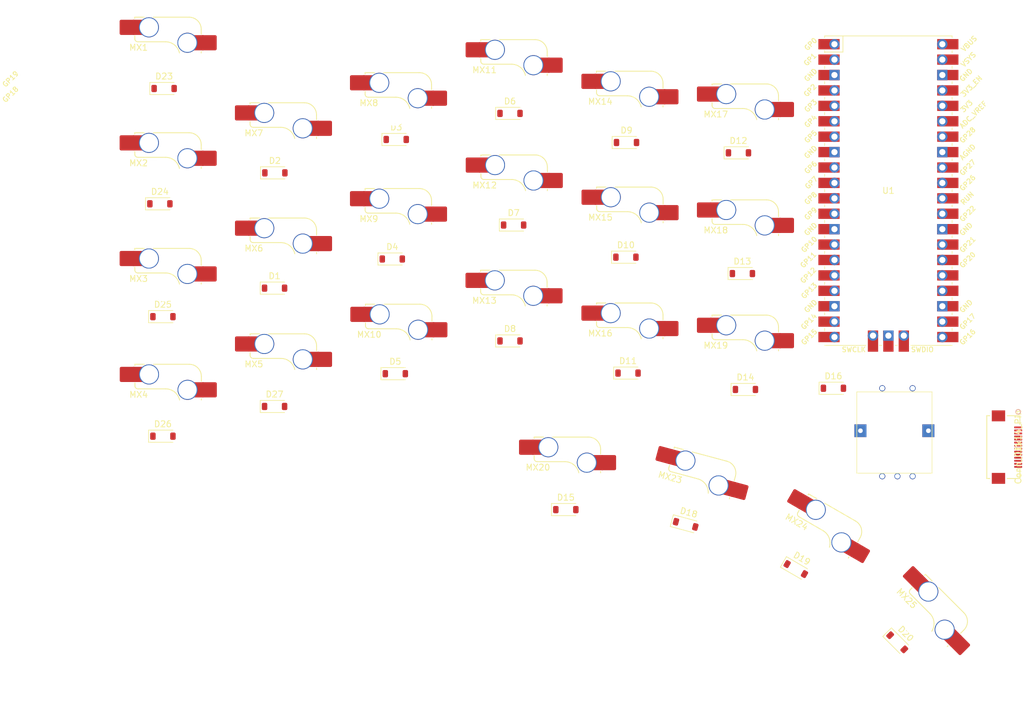
<source format=kicad_pcb>
(kicad_pcb (version 20221018) (generator pcbnew)
  (layers (0 "F.Cu" signal) (31 "B.Cu" signal) (34 "B.Paste" user) (35 "F.Paste" user) (36 "B.SilkS" user "B.Silkscreen") (37 "F.SilkS" user "F.Silkscreen") (38 "B.Mask" user) (39 "F.Mask" user) (44 "Edge.Cuts" user))
  (net 0 "")
  (net 1 "Net-(D1-K)")
  (net 2 "Net-(D1-A)")
  (net 3 "Net-(D12-K)")
  (net 4 "Net-(D2-A)")
  (net 5 "Net-(D13-K)")
  (net 6 "Net-(D3-A)")
  (net 7 "Net-(D14-K)")
  (net 8 "Net-(D4-A)")
  (net 9 "Net-(D10-K)")
  (net 10 "Net-(D5-A)")
  (net 11 "Net-(D6-A)")
  (net 12 "Net-(D7-A)")
  (net 13 "Net-(D8-A)")
  (net 14 "Net-(D9-A)")
  (net 15 "Net-(D10-A)")
  (net 16 "Net-(D11-A)")
  (net 17 "Net-(D12-A)")
  (net 18 "Net-(D13-A)")
  (net 19 "Net-(D14-A)")
  (net 20 "Net-(D15-A)")
  (net 21 "Net-(D18-A)")
  (net 22 "Net-(D19-A)")
  (net 23 "Net-(D20-A)")
  (net 24 "Net-(D23-A)")
  (net 25 "Net-(D24-A)")
  (net 26 "Net-(D25-A)")
  (net 27 "Net-(D26-A)")
  (net 28 "Net-(D27-A)")
  (net 29 "Net-(J1-Pin_1)")
  (net 30 "Net-(J1-Pin_2)")
  (net 31 "Net-(J1-Pin_3)")
  (net 32 "Net-(J1-Pin_4)")
  (net 33 "Net-(J1-Pin_5)")
  (net 34 "Net-(J1-Pin_6)")
  (net 35 "Net-(J1-Pin_7)")
  (net 36 "Net-(J1-Pin_8)")
  (net 37 "Net-(J1-Pin_9)")
  (net 38 "Net-(J1-Pin_10)")
  (net 39 "Net-(J1-Pin_11)")
  (net 40 "Net-(J1-Pin_12)")
  (net 41 "Net-(J1-Pin_13)")
  (net 42 "Net-(J1-Pin_14)")
  (net 43 "Net-(U1-GPIO0)")
  (net 44 "Net-(U1-GPIO1)")
  (net 45 "Net-(U1-GPIO2)")
  (net 46 "Net-(U1-GPIO3)")
  (net 47 "Net-(U1-GPIO4)")
  (net 53 "Net-(U1-GPIO22)")
  (net 55 "Net-(U1-GPIO26_ADC0)")
  (net 66 "Net-(D16-A)")
  (net 67 "Net-(J1-Pin_15)")
  (footprint "PCM_marbastlib-mx:SW_MX_HS_1u" (layer "F.Cu") (at 136.593097 121.585199 -15)
    (fp_text reference "MX23" (at -4.25 -1.75 165) (layer "F.SilkS"))
    (fp_text value "MX_SW_HS")
    (pad "" np_thru_hole circle (at -5.08 0 345) (size 1.75 1.75) (drill 1.75) (layers "*.Cu" "*.Mask"))
    (pad "" np_thru_hole circle (at 0 0 345) (size 3.9878 3.9878) (drill 3.9878) (layers "*.Cu" "*.Mask"))
    (pad "" np_thru_hole circle (at 5.08 0 345) (size 1.75 1.75) (drill 1.75) (layers "*.Cu" "*.Mask"))
    (pad "1" thru_hole circle (at 3.81 -2.54 345) (size 3.3 3.3) (drill 3) (layers "*.Cu" "*.Mask") (net 47 "Net-(U1-GPIO4)"))
    (pad "1" smd rect (at 5.635 -2.54 165) (size 1.65 2.5) (layers "F.Cu") (net 47 "Net-(U1-GPIO4)"))
    (pad "1" smd roundrect (at 7.36 -2.54 345) (size 2.55 2.5) (layers "F.Cu" "F.Paste" "F.Mask") (roundrect_rratio 0.1) (net 47 "Net-(U1-GPIO4)"))
    (pad "2" smd roundrect (at -6.09 -5.08 345) (size 2.55 2.5) (layers "F.Cu" "F.Paste" "F.Mask") (roundrect_rratio 0.1) (net 21 "Net-(D18-A)"))
    (pad "2" smd rect (at -4.34 -5.08 345) (size 1.65 2.5) (layers "F.Cu") (net 21 "Net-(D18-A)"))
    (pad "2" thru_hole circle (at -2.54 -5.08 345) (size 3.3 3.3) (drill 3) (layers "*.Cu" "*.Mask") (net 21 "Net-(D18-A)"))
  )
  (footprint "Diode_SMD:D_SOD-123" (layer "F.Cu") (at 67.75 107.1)
    (fp_text reference "D27" (at 0 -2) (layer "F.SilkS"))
    (fp_text value "D_Small")
    (pad "1" smd roundrect (at -1.65 0) (size 0.9 1.2) (layers "F.Cu" "F.Paste" "F.Mask") (net 9 "Net-(D10-K)"))
    (pad "2" smd roundrect (at 1.65 0) (size 0.9 1.2) (layers "F.Cu" "F.Paste" "F.Mask") (net 28 "Net-(D27-A)"))
  )
  (footprint "PCM_marbastlib-mx:SW_MX_HS_1u" (layer "F.Cu") (at 106.62 72.4)
    (fp_text reference "MX12" (at -4.25 -1.75) (layer "F.SilkS"))
    (fp_text value "MX_SW_HS")
    (pad "" np_thru_hole circle (at -5.08 0) (size 1.75 1.75) (drill 1.75) (layers "*.Cu" "*.Mask"))
    (pad "" np_thru_hole circle (at 0 0) (size 3.9878 3.9878) (drill 3.9878) (layers "*.Cu" "*.Mask"))
    (pad "" np_thru_hole circle (at 5.08 0) (size 1.75 1.75) (drill 1.75) (layers "*.Cu" "*.Mask"))
    (pad "1" thru_hole circle (at 3.81 -2.54) (size 3.3 3.3) (drill 3) (layers "*.Cu" "*.Mask") (net 45 "Net-(U1-GPIO2)"))
    (pad "1" smd rect (at 5.635 -2.54 180) (size 1.65 2.5) (layers "F.Cu") (net 45 "Net-(U1-GPIO2)"))
    (pad "1" smd roundrect (at 7.36 -2.54) (size 2.55 2.5) (layers "F.Cu" "F.Paste" "F.Mask") (roundrect_rratio 0.1) (net 45 "Net-(U1-GPIO2)"))
    (pad "2" smd roundrect (at -6.09 -5.08) (size 2.55 2.5) (layers "F.Cu" "F.Paste" "F.Mask") (roundrect_rratio 0.1) (net 12 "Net-(D7-A)"))
    (pad "2" smd rect (at -4.34 -5.08) (size 1.65 2.5) (layers "F.Cu") (net 12 "Net-(D7-A)"))
    (pad "2" thru_hole circle (at -2.54 -5.08) (size 3.3 3.3) (drill 3) (layers "*.Cu" "*.Mask") (net 12 "Net-(D7-A)"))
  )
  (footprint "Diode_SMD:D_SOD-123" (layer "F.Cu") (at 87.8 63.1)
    (fp_text reference "D3" (at 0 -2) (layer "F.SilkS"))
    (fp_text value "D_Small")
    (pad "1" smd roundrect (at -1.65 0) (size 0.9 1.2) (layers "F.Cu" "F.Paste" "F.Mask") (net 5 "Net-(D13-K)"))
    (pad "2" smd roundrect (at 1.65 0) (size 0.9 1.2) (layers "F.Cu" "F.Paste" "F.Mask") (net 6 "Net-(D3-A)"))
  )
  (footprint "Diode_SMD:D_SOD-123" (layer "F.Cu") (at 125.65 82.5)
    (fp_text reference "D10" (at 0 -2) (layer "F.SilkS"))
    (fp_text value "D_Small")
    (pad "1" smd roundrect (at -1.65 0) (size 0.9 1.2) (layers "F.Cu" "F.Paste" "F.Mask") (net 9 "Net-(D10-K)"))
    (pad "2" smd roundrect (at 1.65 0) (size 0.9 1.2) (layers "F.Cu" "F.Paste" "F.Mask") (net 15 "Net-(D10-A)"))
  )
  (footprint "PCM_marbastlib-mx:SW_MX_HS_1u" (layer "F.Cu") (at 115.4 118.9)
    (fp_text reference "MX20" (at -4.25 -1.75) (layer "F.SilkS"))
    (fp_text value "MX_SW_HS")
    (pad "" np_thru_hole circle (at -5.08 0) (size 1.75 1.75) (drill 1.75) (layers "*.Cu" "*.Mask"))
    (pad "" np_thru_hole circle (at 0 0) (size 3.9878 3.9878) (drill 3.9878) (layers "F&B.Cu" "*.Mask"))
    (pad "" np_thru_hole circle (at 5.08 0) (size 1.75 1.75) (drill 1.75) (layers "*.Cu" "*.Mask"))
    (pad "1" thru_hole circle (at 3.81 -2.54) (size 3.3 3.3) (drill 3) (layers "*.Cu" "*.Mask") (net 46 "Net-(U1-GPIO3)"))
    (pad "1" smd rect (at 5.635 -2.54 180) (size 1.65 2.5) (layers "F.Cu") (net 46 "Net-(U1-GPIO3)"))
    (pad "1" smd roundrect (at 7.36 -2.54) (size 2.55 2.5) (layers "F.Cu" "F.Paste" "F.Mask") (roundrect_rratio 0.1) (net 46 "Net-(U1-GPIO3)"))
    (pad "2" smd roundrect (at -6.09 -5.08) (size 2.55 2.5) (layers "F.Cu" "F.Paste" "F.Mask") (roundrect_rratio 0.1) (net 20 "Net-(D15-A)"))
    (pad "2" smd rect (at -4.34 -5.08) (size 1.65 2.5) (layers "F.Cu") (net 20 "Net-(D15-A)"))
    (pad "2" thru_hole circle (at -2.54 -5.08) (size 3.3 3.3) (drill 3) (layers "*.Cu" "*.Mask") (net 20 "Net-(D15-A)"))
  )
  (footprint "Diode_SMD:D_SOD-123" (layer "F.Cu") (at 49.35 92.3)
    (fp_text reference "D25" (at 0 -2) (layer "F.SilkS"))
    (fp_text value "D_Small")
    (pad "1" smd roundrect (at -1.65 0) (size 0.9 1.2) (layers "F.Cu" "F.Paste" "F.Mask") (net 5 "Net-(D13-K)"))
    (pad "2" smd roundrect (at 1.65 0) (size 0.9 1.2) (layers "F.Cu" "F.Paste" "F.Mask") (net 26 "Net-(D25-A)"))
  )
  (footprint "Diode_SMD:D_SOD-123" (layer "F.Cu") (at 87.65 101.7)
    (fp_text reference "D5" (at 0 -2) (layer "F.SilkS"))
    (fp_text value "D_Small")
    (pad "1" smd roundrect (at -1.65 0) (size 0.9 1.2) (layers "F.Cu" "F.Paste" "F.Mask") (net 9 "Net-(D10-K)"))
    (pad "2" smd roundrect (at 1.65 0) (size 0.9 1.2) (layers "F.Cu" "F.Paste" "F.Mask") (net 10 "Net-(D5-A)"))
  )
  (footprint "PCM_marbastlib-mx:SW_MX_HS_1u" (layer "F.Cu") (at 68.59 82.8)
    (fp_text reference "MX6" (at -4.25 -1.75) (layer "F.SilkS"))
    (fp_text value "MX_SW_HS")
    (pad "" np_thru_hole circle (at -5.08 0) (size 1.75 1.75) (drill 1.75) (layers "*.Cu" "*.Mask"))
    (pad "" np_thru_hole circle (at 0 0) (size 3.9878 3.9878) (drill 3.9878) (layers "*.Cu" "*.Mask"))
    (pad "" np_thru_hole circle (at 5.08 0) (size 1.75 1.75) (drill 1.75) (layers "*.Cu" "*.Mask"))
    (pad "1" thru_hole circle (at 3.81 -2.54) (size 3.3 3.3) (drill 3) (layers "*.Cu" "*.Mask") (net 44 "Net-(U1-GPIO1)"))
    (pad "1" smd rect (at 5.635 -2.54 180) (size 1.65 2.5) (layers "F.Cu") (net 44 "Net-(U1-GPIO1)"))
    (pad "1" smd roundrect (at 7.36 -2.54) (size 2.55 2.5) (layers "F.Cu" "F.Paste" "F.Mask") (roundrect_rratio 0.1) (net 44 "Net-(U1-GPIO1)"))
    (pad "2" smd roundrect (at -6.09 -5.08) (size 2.55 2.5) (layers "F.Cu" "F.Paste" "F.Mask") (roundrect_rratio 0.1) (net 2 "Net-(D1-A)"))
    (pad "2" smd rect (at -4.34 -5.08) (size 1.65 2.5) (layers "F.Cu") (net 2 "Net-(D1-A)"))
    (pad "2" thru_hole circle (at -2.54 -5.08) (size 3.3 3.3) (drill 3) (layers "*.Cu" "*.Mask") (net 2 "Net-(D1-A)"))
  )
  (footprint "PCM_marbastlib-mx:SW_MX_HS_1u" (layer "F.Cu") (at 87.54 58.84)
    (fp_text reference "MX8" (at -4.25 -1.75) (layer "F.SilkS"))
    (fp_text value "MX_SW_HS")
    (pad "" np_thru_hole circle (at -5.08 0) (size 1.75 1.75) (drill 1.75) (layers "*.Cu" "*.Mask"))
    (pad "" np_thru_hole circle (at 0 0) (size 3.9878 3.9878) (drill 3.9878) (layers "*.Cu" "*.Mask"))
    (pad "" np_thru_hole circle (at 5.08 0) (size 1.75 1.75) (drill 1.75) (layers "*.Cu" "*.Mask"))
    (pad "1" thru_hole circle (at 3.81 -2.54) (size 3.3 3.3) (drill 3) (layers "*.Cu" "*.Mask") (net 44 "Net-(U1-GPIO1)"))
    (pad "1" smd rect (at 5.635 -2.54 180) (size 1.65 2.5) (layers "F.Cu") (net 44 "Net-(U1-GPIO1)"))
    (pad "1" smd roundrect (at 7.36 -2.54) (size 2.55 2.5) (layers "F.Cu" "F.Paste" "F.Mask") (roundrect_rratio 0.1) (net 44 "Net-(U1-GPIO1)"))
    (pad "2" smd roundrect (at -6.09 -5.08) (size 2.55 2.5) (layers "F.Cu" "F.Paste" "F.Mask") (roundrect_rratio 0.1) (net 6 "Net-(D3-A)"))
    (pad "2" smd rect (at -4.34 -5.08) (size 1.65 2.5) (layers "F.Cu") (net 6 "Net-(D3-A)"))
    (pad "2" thru_hole circle (at -2.54 -5.08) (size 3.3 3.3) (drill 3) (layers "*.Cu" "*.Mask") (net 6 "Net-(D3-A)"))
  )
  (footprint "Diode_SMD:D_SOD-123" (layer "F.Cu") (at 153.65 133.9 -30)
    (fp_text reference "D19" (at 0 -2 150) (layer "F.SilkS"))
    (fp_text value "D_Small")
    (pad "1" smd roundrect (at -1.65 0 330) (size 0.9 1.2) (layers "F.Cu" "F.Paste" "F.Mask") (net 7 "Net-(D14-K)"))
    (pad "2" smd roundrect (at 1.65 0 330) (size 0.9 1.2) (layers "F.Cu" "F.Paste" "F.Mask") (net 22 "Net-(D19-A)"))
  )
  (footprint "Diode_SMD:D_SOD-123" (layer "F.Cu") (at 67.75 87.6)
    (fp_text reference "D1" (at 0 -2) (layer "F.SilkS"))
    (fp_text value "D_Small")
    (pad "1" smd roundrect (at -1.65 0) (size 0.9 1.2) (layers "F.Cu" "F.Paste" "F.Mask") (net 1 "Net-(D1-K)"))
    (pad "2" smd roundrect (at 1.65 0) (size 0.9 1.2) (layers "F.Cu" "F.Paste" "F.Mask") (net 2 "Net-(D1-A)"))
  )
  (footprint "Diode_SMD:D_SOD-123" (layer "F.Cu") (at 49.35 112)
    (fp_text reference "D26" (at 0 -2) (layer "F.SilkS"))
    (fp_text value "D_Small")
    (pad "1" smd roundrect (at -1.65 0) (size 0.9 1.2) (layers "F.Cu" "F.Paste" "F.Mask") (net 7 "Net-(D14-K)"))
    (pad "2" smd roundrect (at 1.65 0) (size 0.9 1.2) (layers "F.Cu" "F.Paste" "F.Mask") (net 27 "Net-(D26-A)"))
  )
  (footprint "Diode_SMD:D_SOD-123" (layer "F.Cu") (at 159.85 104.1)
    (fp_text reference "D16" (at 0 -2) (layer "F.SilkS"))
    (fp_text value "D_Small")
    (pad "1" smd roundrect (at -1.65 0) (size 0.9 1.2) (layers "F.Cu" "F.Paste" "F.Mask") (net 3 "Net-(D12-K)"))
    (pad "2" smd roundrect (at 1.65 0) (size 0.9 1.2) (layers "F.Cu" "F.Paste" "F.Mask") (net 66 "Net-(D16-A)"))
  )
  (footprint "PCM_marbastlib-mx:SW_MX_HS_1u" (layer "F.Cu") (at 87.54 77.94)
    (fp_text reference "MX9" (at -4.25 -1.75) (layer "F.SilkS"))
    (fp_text value "MX_SW_HS")
    (pad "" np_thru_hole circle (at -5.08 0) (size 1.75 1.75) (drill 1.75) (layers "*.Cu" "*.Mask"))
    (pad "" np_thru_hole circle (at 0 0) (size 3.9878 3.9878) (drill 3.9878) (layers "*.Cu" "*.Mask"))
    (pad "" np_thru_hole circle (at 5.08 0) (size 1.75 1.75) (drill 1.75) (layers "*.Cu" "*.Mask"))
    (pad "1" thru_hole circle (at 3.81 -2.54) (size 3.3 3.3) (drill 3) (layers "*.Cu" "*.Mask") (net 44 "Net-(U1-GPIO1)"))
    (pad "1" smd rect (at 5.635 -2.54 180) (size 1.65 2.5) (layers "F.Cu") (net 44 "Net-(U1-GPIO1)"))
    (pad "1" smd roundrect (at 7.36 -2.54) (size 2.55 2.5) (layers "F.Cu" "F.Paste" "F.Mask") (roundrect_rratio 0.1) (net 44 "Net-(U1-GPIO1)"))
    (pad "2" smd roundrect (at -6.09 -5.08) (size 2.55 2.5) (layers "F.Cu" "F.Paste" "F.Mask") (roundrect_rratio 0.1) (net 8 "Net-(D4-A)"))
    (pad "2" smd rect (at -4.34 -5.08) (size 1.65 2.5) (layers "F.Cu") (net 8 "Net-(D4-A)"))
    (pad "2" thru_hole circle (at -2.54 -5.08) (size 3.3 3.3) (drill 3) (layers "*.Cu" "*.Mask") (net 8 "Net-(D4-A)"))
  )
  (footprint "Diode_SMD:D_SOD-123" (layer "F.Cu") (at 107.15 77.2)
    (fp_text reference "D7" (at 0 -2) (layer "F.SilkS"))
    (fp_text value "D_Small")
    (pad "1" smd roundrect (at -1.65 0) (size 0.9 1.2) (layers "F.Cu" "F.Paste" "F.Mask") (net 3 "Net-(D12-K)"))
    (pad "2" smd roundrect (at 1.65 0) (size 0.9 1.2) (layers "F.Cu" "F.Paste" "F.Mask") (net 12 "Net-(D7-A)"))
  )
  (footprint "Diode_SMD:D_SOD-123" (layer "F.Cu") (at 67.8 68.6)
    (fp_text reference "D2" (at 0 -2) (layer "F.SilkS"))
    (fp_text value "D_Small")
    (pad "1" smd roundrect (at -1.65 0) (size 0.9 1.2) (layers "F.Cu" "F.Paste" "F.Mask") (net 3 "Net-(D12-K)"))
    (pad "2" smd roundrect (at 1.65 0) (size 0.9 1.2) (layers "F.Cu" "F.Paste" "F.Mask") (net 4 "Net-(D2-A)"))
  )
  (footprint "PCM_marbastlib-mx:SW_MX_HS_1u" (layer "F.Cu") (at 144.72 79.8)
    (fp_text reference "MX18" (at -4.25 -1.75) (layer "F.SilkS"))
    (fp_text value "MX_SW_HS")
    (pad "" np_thru_hole circle (at -5.08 0) (size 1.75 1.75) (drill 1.75) (layers "*.Cu" "*.Mask"))
    (pad "" np_thru_hole circle (at 0 0) (size 3.9878 3.9878) (drill 3.9878) (layers "*.Cu" "*.Mask"))
    (pad "" np_thru_hole circle (at 5.08 0) (size 1.75 1.75) (drill 1.75) (layers "*.Cu" "*.Mask"))
    (pad "1" thru_hole circle (at 3.81 -2.54) (size 3.3 3.3) (drill 3) (layers "*.Cu" "*.Mask") (net 46 "Net-(U1-GPIO3)"))
    (pad "1" smd rect (at 5.635 -2.54 180) (size 1.65 2.5) (layers "F.Cu") (net 46 "Net-(U1-GPIO3)"))
    (pad "1" smd roundrect (at 7.36 -2.54) (size 2.55 2.5) (layers "F.Cu" "F.Paste" "F.Mask") (roundrect_rratio 0.1) (net 46 "Net-(U1-GPIO3)"))
    (pad "2" smd roundrect (at -6.09 -5.08) (size 2.55 2.5) (layers "F.Cu" "F.Paste" "F.Mask") (roundrect_rratio 0.1) (net 18 "Net-(D13-A)"))
    (pad "2" smd rect (at -4.34 -5.08) (size 1.65 2.5) (layers "F.Cu") (net 18 "Net-(D13-A)"))
    (pad "2" thru_hole circle (at -2.54 -5.08) (size 3.3 3.3) (drill 3) (layers "*.Cu" "*.Mask") (net 18 "Net-(D13-A)"))
  )
  (footprint "Diode_SMD:D_SOD-123" (layer "F.Cu") (at 126 101.6)
    (fp_text reference "D11" (at 0 -2) (layer "F.SilkS"))
    (fp_text value "D_Small")
    (pad "1" smd roundrect (at -1.65 0) (size 0.9 1.2) (layers "F.Cu" "F.Paste" "F.Mask") (net 1 "Net-(D1-K)"))
    (pad "2" smd roundrect (at 1.65 0) (size 0.9 1.2) (layers "F.Cu" "F.Paste" "F.Mask") (net 16 "Net-(D11-A)"))
  )
  (footprint "PCM_marbastlib-mx:SW_MX_HS_1u" (layer "F.Cu") (at 125.68 96.8)
    (fp_text reference "MX16" (at -4.25 -1.75) (layer "F.SilkS"))
    (fp_text value "MX_SW_HS")
    (pad "" np_thru_hole circle (at -5.08 0) (size 1.75 1.75) (drill 1.75) (layers "*.Cu" "*.Mask"))
    (pad "" np_thru_hole circle (at 0 0) (size 3.9878 3.9878) (drill 3.9878) (layers "*.Cu" "*.Mask"))
    (pad "" np_thru_hole circle (at 5.08 0) (size 1.75 1.75) (drill 1.75) (layers "*.Cu" "*.Mask"))
    (pad "1" thru_hole circle (at 3.81 -2.54) (size 3.3 3.3) (drill 3) (layers "*.Cu" "*.Mask") (net 46 "Net-(U1-GPIO3)"))
    (pad "1" smd rect (at 5.635 -2.54 180) (size 1.65 2.5) (layers "F.Cu") (net 46 "Net-(U1-GPIO3)"))
    (pad "1" smd roundrect (at 7.36 -2.54) (size 2.55 2.5) (layers "F.Cu" "F.Paste" "F.Mask") (roundrect_rratio 0.1) (net 46 "Net-(U1-GPIO3)"))
    (pad "2" smd roundrect (at -6.09 -5.08) (size 2.55 2.5) (layers "F.Cu" "F.Paste" "F.Mask") (roundrect_rratio 0.1) (net 16 "Net-(D11-A)"))
    (pad "2" smd rect (at -4.34 -5.08) (size 1.65 2.5) (layers "F.Cu") (net 16 "Net-(D11-A)"))
    (pad "2" thru_hole circle (at -2.54 -5.08) (size 3.3 3.3) (drill 3) (layers "*.Cu" "*.Mask") (net 16 "Net-(D11-A)"))
  )
  (footprint "PCM_marbastlib-mx:SW_MX_HS_1u" (layer "F.Cu") (at 87.6 97)
    (fp_text reference "MX10" (at -4.25 -1.75) (layer "F.SilkS"))
    (fp_text value "MX_SW_HS")
    (pad "" np_thru_hole circle (at -5.08 0) (size 1.75 1.75) (drill 1.75) (layers "*.Cu" "*.Mask"))
    (pad "" np_thru_hole circle (at 0 0) (size 3.9878 3.9878) (drill 3.9878) (layers "*.Cu" "*.Mask"))
    (pad "" np_thru_hole circle (at 5.08 0) (size 1.75 1.75) (drill 1.75) (layers "*.Cu" "*.Mask"))
    (pad "1" thru_hole circle (at 3.81 -2.54) (size 3.3 3.3) (drill 3) (layers "*.Cu" "*.Mask") (net 44 "Net-(U1-GPIO1)"))
    (pad "1" smd rect (at 5.635 -2.54 180) (size 1.65 2.5) (layers "F.Cu") (net 44 "Net-(U1-GPIO1)"))
    (pad "1" smd roundrect (at 7.36 -2.54) (size 2.55 2.5) (layers "F.Cu" "F.Paste" "F.Mask") (roundrect_rratio 0.1) (net 44 "Net-(U1-GPIO1)"))
    (pad "2" smd roundrect (at -6.09 -5.08) (size 2.55 2.5) (layers "F.Cu" "F.Paste" "F.Mask") (roundrect_rratio 0.1) (net 10 "Net-(D5-A)"))
    (pad "2" smd rect (at -4.34 -5.08) (size 1.65 2.5) (layers "F.Cu") (net 10 "Net-(D5-A)"))
    (pad "2" thru_hole circle (at -2.54 -5.08) (size 3.3 3.3) (drill 3) (layers "*.Cu" "*.Mask") (net 10 "Net-(D5-A)"))
  )
  (footprint "Diode_SMD:D_SOD-123" (layer "F.Cu") (at 170.366726 145.966726 -45)
    (fp_text reference "D20" (at 0 -2 135) (layer "F.SilkS"))
    (fp_text value "D_Small")
    (pad "1" smd roundrect (at -1.65 0 315) (size 0.9 1.2) (layers "F.Cu" "F.Paste" "F.Mask") (net 9 "Net-(D10-K)"))
    (pad "2" smd roundrect (at 1.65 0 315) (size 0.9 1.2) (layers "F.Cu" "F.Paste" "F.Mask") (net 23 "Net-(D20-A)"))
  )
  (footprint "PCM_marbastlib-mx:SW_MX_HS_1u" (layer "F.Cu") (at 144.72 60.7)
    (fp_text reference "MX17" (at -4.25 -1.75) (layer "F.SilkS"))
    (fp_text value "MX_SW_HS")
    (pad "" np_thru_hole circle (at -5.08 0) (size 1.75 1.75) (drill 1.75) (layers "*.Cu" "*.Mask"))
    (pad "" np_thru_hole circle (at 0 0) (size 3.9878 3.9878) (drill 3.9878) (layers "*.Cu" "*.Mask"))
    (pad "" np_thru_hole circle (at 5.08 0) (size 1.75 1.75) (drill 1.75) (layers "*.Cu" "*.Mask"))
    (pad "1" thru_hole circle (at 3.81 -2.54) (size 3.3 3.3) (drill 3) (layers "*.Cu" "*.Mask") (net 46 "Net-(U1-GPIO3)"))
    (pad "1" smd rect (at 5.635 -2.54 180) (size 1.65 2.5) (layers "F.Cu") (net 46 "Net-(U1-GPIO3)"))
    (pad "1" smd roundrect (at 7.36 -2.54) (size 2.55 2.5) (layers "F.Cu" "F.Paste" "F.Mask") (roundrect_rratio 0.1) (net 46 "Net-(U1-GPIO3)"))
    (pad "2" smd roundrect (at -6.09 -5.08) (size 2.55 2.5) (layers "F.Cu" "F.Paste" "F.Mask") (roundrect_rratio 0.1) (net 17 "Net-(D12-A)"))
    (pad "2" smd rect (at -4.34 -5.08) (size 1.65 2.5) (layers "F.Cu") (net 17 "Net-(D12-A)"))
    (pad "2" thru_hole circle (at -2.54 -5.08) (size 3.3 3.3) (drill 3) (layers "*.Cu" "*.Mask") (net 17 "Net-(D12-A)"))
  )
  (footprint "Diode_SMD:D_SOD-123" (layer "F.Cu") (at 106.55 58.8)
    (fp_text reference "D6" (at 0 -2) (layer "F.SilkS"))
    (fp_text value "D_Small")
    (pad "1" smd roundrect (at -1.65 0) (size 0.9 1.2) (layers "F.Cu" "F.Paste" "F.Mask") (net 1 "Net-(D1-K)"))
    (pad "2" smd roundrect (at 1.65 0) (size 0.9 1.2) (layers "F.Cu" "F.Paste" "F.Mask") (net 11 "Net-(D6-A)"))
  )
  (footprint "Diode_SMD:D_SOD-123" (layer "F.Cu") (at 144.85 85.2)
    (fp_text reference "D13" (at 0 -2) (layer "F.SilkS"))
    (fp_text value "D_Small")
    (pad "1" smd roundrect (at -1.65 0) (size 0.9 1.2) (layers "F.Cu" "F.Paste" "F.Mask") (net 5 "Net-(D13-K)"))
    (pad "2" smd roundrect (at 1.65 0) (size 0.9 1.2) (layers "F.Cu" "F.Paste" "F.Mask") (net 18 "Net-(D13-A)"))
  )
  (footprint "PCM_marbastlib-mx:SW_MX_HS_1u" (layer "F.Cu") (at 49.58 87.8)
    (fp_text reference "MX3" (at -4.25 -1.75) (layer "F.SilkS"))
    (fp_text value "MX_SW_HS")
    (pad "" np_thru_hole circle (at -5.08 0) (size 1.75 1.75) (drill 1.75) (layers "*.Cu" "*.Mask"))
    (pad "" np_thru_hole circle (at 0 0) (size 3.9878 3.9878) (drill 3.9878) (layers "*.Cu" "*.Mask"))
    (pad "" np_thru_hole circle (at 5.08 0) (size 1.75 1.75) (drill 1.75) (layers "*.Cu" "*.Mask"))
    (pad "1" thru_hole circle (at 3.81 -2.54) (size 3.3 3.3) (drill 3) (layers "*.Cu" "*.Mask") (net 43 "Net-(U1-GPIO0)"))
    (pad "1" smd rect (at 5.635 -2.54 180) (size 1.65 2.5) (layers "F.Cu") (net 43 "Net-(U1-GPIO0)"))
    (pad "1" smd roundrect (at 7.36 -2.54) (size 2.55 2.5) (layers "F.Cu" "F.Paste" "F.Mask") (roundrect_rratio 0.1) (net 43 "Net-(U1-GPIO0)"))
    (pad "2" smd roundrect (at -6.09 -5.08) (size 2.55 2.5) (layers "F.Cu" "F.Paste" "F.Mask") (roundrect_rratio 0.1) (net 26 "Net-(D25-A)"))
    (pad "2" smd rect (at -4.34 -5.08) (size 1.65 2.5) (layers "F.Cu") (net 26 "Net-(D25-A)"))
    (pad "2" thru_hole circle (at -2.54 -5.08) (size 3.3 3.3) (drill 3) (layers "*.Cu" "*.Mask") (net 26 "Net-(D25-A)"))
  )
  (footprint "Diode_SMD:D_SOD-123" (layer "F.Cu") (at 144.2 65.3)
    (fp_text reference "D12" (at 0 -2) (layer "F.SilkS"))
    (fp_text value "D_Small")
    (pad "1" smd roundrect (at -1.65 0) (size 0.9 1.2) (layers "F.Cu" "F.Paste" "F.Mask") (net 3 "Net-(D12-K)"))
    (pad "2" smd roundrect (at 1.65 0) (size 0.9 1.2) (layers "F.Cu" "F.Paste" "F.Mask") (net 17 "Net-(D12-A)"))
  )
  (footprint "PCM_marbastlib-mx:SW_MX_HS_1u" (layer "F.Cu") (at 125.68 58.6)
    (fp_text reference "MX14" (at -4.25 -1.75) (layer "F.SilkS"))
    (fp_text value "MX_SW_HS")
    (pad "" np_thru_hole circle (at -5.08 0) (size 1.75 1.75) (drill 1.75) (layers "*.Cu" "*.Mask"))
    (pad "" np_thru_hole circle (at 0 0) (size 3.9878 3.9878) (drill 3.9878) (layers "*.Cu" "*.Mask"))
    (pad "" np_thru_hole circle (at 5.08 0) (size 1.75 1.75) (drill 1.75) (layers "*.Cu" "*.Mask"))
    (pad "1" thru_hole circle (at 3.81 -2.54) (size 3.3 3.3) (drill 3) (layers "*.Cu" "*.Mask") (net 45 "Net-(U1-GPIO2)"))
    (pad "1" smd rect (at 5.635 -2.54 180) (size 1.65 2.5) (layers "F.Cu") (net 45 "Net-(U1-GPIO2)"))
    (pad "1" smd roundrect (at 7.36 -2.54) (size 2.55 2.5) (layers "F.Cu" "F.Paste" "F.Mask") (roundrect_rratio 0.1) (net 45 "Net-(U1-GPIO2)"))
    (pad "2" smd roundrect (at -6.09 -5.08) (size 2.55 2.5) (layers "F.Cu" "F.Paste" "F.Mask") (roundrect_rratio 0.1) (net 14 "Net-(D9-A)"))
    (pad "2" smd rect (at -4.34 -5.08) (size 1.65 2.5) (layers "F.Cu") (net 14 "Net-(D9-A)"))
    (pad "2" thru_hole circle (at -2.54 -5.08) (size 3.3 3.3) (drill 3) (layers "*.Cu" "*.Mask") (net 14 "Net-(D9-A)"))
  )
  (footprint "Diode_SMD:D_SOD-123" (layer "F.Cu") (at 106.55 96.3)
    (fp_text reference "D8" (at 0 -2) (layer "F.SilkS"))
    (fp_text value "D_Small")
    (pad "1" smd roundrect (at -1.65 0) (size 0.9 1.2) (layers "F.Cu" "F.Paste" "F.Mask") (net 5 "Net-(D13-K)"))
    (pad "2" smd roundrect (at 1.65 0) (size 0.9 1.2) (layers "F.Cu" "F.Paste" "F.Mask") (net 13 "Net-(D8-A)"))
  )
  (footprint "PCM_marbastlib-mx:SW_MX_HS_1u" (layer "F.Cu") (at 49.58 49.7)
    (fp_text reference "MX1" (at -4.25 -1.75) (layer "F.SilkS"))
    (fp_text value "MX_SW_HS")
    (pad "" np_thru_hole circle (at -5.08 0) (size 1.75 1.75) (drill 1.75) (layers "*.Cu" "*.Mask"))
    (pad "" np_thru_hole circle (at 0 0) (size 3.9878 3.9878) (drill 3.9878) (layers "*.Cu" "*.Mask"))
    (pad "" np_thru_hole circle (at 5.08 0) (size 1.75 1.75) (drill 1.75) (layers "*.Cu" "*.Mask"))
    (pad "1" thru_hole circle (at 3.81 -2.54) (size 3.3 3.3) (drill 3) (layers "*.Cu" "*.Mask") (net 43 "Net-(U1-GPIO0)"))
    (pad "1" smd rect (at 5.635 -2.54 180) (size 1.65 2.5) (layers "F.Cu") (net 43 "Net-(U1-GPIO0)"))
    (pad "1" smd roundrect (at 7.36 -2.54) (size 2.55 2.5) (layers "F.Cu" "F.Paste" "F.Mask") (roundrect_rratio 0.1) (net 43 "Net-(U1-GPIO0)"))
    (pad "2" smd roundrect (at -6.09 -5.08) (size 2.55 2.5) (layers "F.Cu" "F.Paste" "F.Mask") (roundrect_rratio 0.1) (net 24 "Net-(D23-A)"))
    (pad "2" smd rect (at -4.34 -5.08) (size 1.65 2.5) (layers "F.Cu") (net 24 "Net-(D23-A)"))
    (pad "2" thru_hole circle (at -2.54 -5.08) (size 3.3 3.3) (drill 3) (layers "*.Cu" "*.Mask") (net 24 "Net-(D23-A)"))
  )
  (footprint "CustomKicad:XF3M-1415-1B" (layer "F.Cu") (at 190.299994 117.050002 -90)
    (fp_text reference "J1" (at -3.250001 0 90) (layer "F.SilkS"))
    (fp_text value "Conn_01x14_Pin" (at -3.250001 0 90) (layer "F.SilkS"))
    (pad "1" smd rect (at -6.500002 0 270) (size 0.3 1.3) (layers "F.Cu" "F.Paste" "F.Mask") (net 29 "Net-(J1-Pin_1)"))
    (pad "2" smd rect (at -6.000001 0 270) (size 0.3 1.3) (layers "F.Cu" "F.Paste" "F.Mask") (net 30 "Net-(J1-Pin_2)"))
    (pad "3" smd rect (at -5.500002 0 270) (size 0.3 1.3) (layers "F.Cu" "F.Paste" "F.Mask") (net 31 "Net-(J1-Pin_3)"))
    (pad "4" smd rect (at -5 0 270) (size 0.3 1.3) (layers "F.Cu" "F.Paste" "F.Mask") (net 32 "Net-(J1-Pin_4)"))
    (pad "5" smd rect (at -4.500001 0 270) (size 0.3 1.3) (layers "F.Cu" "F.Paste" "F.Mask") (net 33 "Net-(J1-Pin_5)"))
    (pad "6" smd rect (at -4.000002 0 270) (size 0.3 1.3) (layers "F.Cu" "F.Paste" "F.Mask") (net 34 "Net-(J1-Pin_6)"))
    (pad "7" smd rect (at -3.500001 0 270) (size 0.3 1.3) (layers "F.Cu" "F.Paste" "F.Mask") (net 35 "Net-(J1-Pin_7)"))
    (pad "8" smd rect (at -3.000002 0 270) (size 0.3 1.3) (layers "F.Cu" "F.Paste" "F.Mask") (net 36 "Net-(J1-Pin_8)"))
    (pad "9" smd rect (at -2.5 0 270) (size 0.3 1.3) (layers "F.Cu" "F.Paste" "F.Mask") (net 37 "Net-(J1-Pin_9)"))
    (pad "10" smd rect (at -2.000001 0 270) (size 0.3 1.3) (layers "F.Cu" "F.Paste" "F.Mask") (net 38 "Net-(J1-Pin_10)"))
    (pad "11" smd rect (at -1.500002 0 270) (size 0.3 1.3) (layers "F.Cu" "F.Paste" "F.Mask") (net 39 "Net-(J1-Pin_11)"))
    (pad "12" smd rect (at -1 0 270) (size 0.3 1.3) (layers "F.Cu" "F.Paste" "F.Mask") (net 40 "Net-(J1-Pin_12)"))
    (pad "13" smd rect (at -0.500001 0 270) (size 0.3 1.3) (layers "F.Cu" "F.Paste" "F.Mask") (net 41 "Net-(J1-Pin_13)"))
    (pad "14" smd rect (at 0 0 270) (size 0.3 1.3) (layers "F.Cu" "F.Paste" "F.Mask") (net 42 "Net-(J1-Pin_14)"))
    (pad "15" smd rect (at -8.400001 3.250001 270) (size 1.8 2.2) (layers "F.Cu" "F.Paste" "F.Mask") (net 67 "Net-(J1-Pin_15)"))
    (pad "16" smd rect (at 1.899999 3.250001 270) (size 1.8 2.2) (layers "F.Cu" "F.Paste" "F.Mask") (net 67 "Net-(J1-Pin_15)"))
  )
  (footprint "Diode_SMD:D_SOD-123" (layer "F.Cu") (at 145.35 104.3)
    (fp_text reference "D14" (at 0 -2) (layer "F.SilkS"))
    (fp_text value "D_Small")
    (pad "1" smd roundrect (at -1.65 0) (size 0.9 1.2) (layers "F.Cu" "F.Paste" "F.Mask") (net 7 "Net-(D14-K)"))
    (pad "2" smd roundrect (at 1.65 0) (size 0.9 1.2) (layers "F.Cu" "F.Paste" "F.Mask") (net 19 "Net-(D14-A)"))
  )
  (footprint "CustomKicad:RPi_Pico_SMD_TH" (layer "F.Cu") (at 168.91 71.53)
    (fp_text reference "U1" (at 0 0) (layer "F.SilkS"))
    (fp_text value "Raspberry_Pi_Pico")
    (fp_text user "GP22" (at 13.054 3.81 45) (layer "F.SilkS") (effects (font (size 0.8 0.8))))
    (fp_text user "GND" (at 12.8 -19.05 45) (layer "F.SilkS") (effects (font (size 0.8 0.8))))
    (fp_text user "GND" (at -12.8 6.35 45) (layer "F.SilkS") (effects (font (size 0.8 0.8))))
    (fp_text user "GP8" (at -12.8 1.27 45) (layer "F.SilkS") (effects (font (size 0.8 0.8))))
    (fp_text user "GP20" (at 13.054 11.43 45) (layer "F.SilkS") (effects (font (size 0.8 0.8))))
    (fp_text user "GND" (at -12.8 -19.05 45) (layer "F.SilkS") (effects (font (size 0.8 0.8))))
    (fp_text user "GP18" (at -144.685799 -15.834799 45) (layer "F.SilkS") (effects (font (size 0.8 0.8))))
    (fp_text user "GP28" (at 13.054 -9.144 45) (layer "F.SilkS") (effects (font (size 0.8 0.8))))
    (fp_text user "GP6" (at -12.8 -3.81 45) (layer "F.SilkS") (effects (font (size 0.8 0.8))))
    (fp_text user "GP17" (at 13.054 21.59 45) (layer "F.SilkS") (effects (font (size 0.8 0.8))))
    (fp_text user "GP0" (at -12.8 -24.13 45) (layer "F.SilkS") (effects (font (size 0.8 0.8))))
    (fp_text user "GP12" (at -13.2 13.97 45) (layer "F.SilkS") (effects (font (size 0.8 0.8))))
    (fp_text user "GP1" (at -12.9 -21.6 45) (layer "F.SilkS") (effects (font (size 0.8 0.8))))
    (fp_text user "GP2" (at -12.9 -16.51 45) (layer "F.SilkS") (effects (font (size 0.8 0.8))))
    (fp_text user "GND" (at 12.8 6.35 45) (layer "F.SilkS") (effects (font (size 0.8 0.8))))
    (fp_text user "VSYS" (at 13.2 -21.59 45) (layer "F.SilkS") (effects (font (size 0.8 0.8))))
    (fp_text user "ADC_VREF" (at 14 -12.5 45) (layer "F.SilkS") (effects (font (size 0.8 0.8))))
    (fp_text user "GP14" (at -13.1 21.59 45) (layer "F.SilkS") (effects (font (size 0.8 0.8))))
    (fp_text user "GP16" (at 13.054 24.13 45) (layer "F.SilkS") (effects (font (size 0.8 0.8))))
    (fp_text user "3V3_EN" (at 13.7 -17.2 45) (layer "F.SilkS") (effects (font (size 0.8 0.8))))
    (fp_text user "3V3" (at 12.9 -13.9 45) (layer "F.SilkS") (effects (font (size 0.8 0.8))))
    (fp_text user "GP10" (at -13.054 8.89 45) (layer "F.SilkS") (effects (font (size 0.8 0.8))))
    (fp_text user "GP3" (at -12.8 -13.97 45) (layer "F.SilkS") (effects (font (size 0.8 0.8))))
    (fp_text user "AGND" (at 13.054 -6.35 45) (layer "F.SilkS") (effects (font (size 0.8 0.8))))
    (fp_text user "GP11" (at -13.2 11.43 45) (layer "F.SilkS") (effects (font (size 0.8 0.8))))
    (fp_text user "GP7" (at -12.7 -1.3 45) (layer "F.SilkS") (effects (font (size 0.8 0.8))))
    (fp_text user "GP21" (at 13.054 8.9 45) (layer "F.SilkS") (effects (font (size 0.8 0.8))))
    (fp_text user "GND" (at -12.8 19.05 45) (layer "F.SilkS") (effects (font (size 0.8 0.8))))
    (fp_text user "SWCLK" (at -5.7 26.2) (layer "F.SilkS") (effects (font (size 0.8 0.8))))
    (fp_text user "GND" (at 12.8 19.05 45) (layer "F.SilkS") (effects (font (size 0.8 0.8))))
    (fp_text user "VBUS" (at 13.3 -24.2 45) (layer "F.SilkS") (effects (font (size 0.8 0.8))))
    (fp_text user "GP4" (at -12.8 -11.43 45) (layer "F.SilkS") (effects (font (size 0.8 0.8))))
    (fp_text user "GND" (at -12.8 -6.35 45) (layer "F.SilkS") (effects (font (size 0.8 0.8))))
    (fp_text user "GP5" (at -12.8 -8.89 45) (layer "F.SilkS") (effects (font (size 0.8 0.8))))
    (fp_text user "GP9" (at -12.8 3.81 45) (layer "F.SilkS") (effects (font (size 0.8 0.8))))
    (fp_text user "GP27" (at 13.054 -3.8 45) (layer "F.SilkS") (effects (font (size 0.8 0.8))))
    (fp_text user "GP19" (at -144.685799 -18.374799 45) (layer "F.SilkS") (effects (font (size 0.8 0.8))))
    (fp_text user "SWDIO" (at 5.6 26.2) (layer "F.SilkS") (effects (font (size 0.8 0.8))))
    (fp_text user "GP13" (at -13.054 16.51 45) (layer "F.SilkS") (effects (font (size 0.8 0.8))))
    (fp_text user "GP26" (at 13.054 -1.27 45) (layer "F.SilkS") (effects (font (size 0.8 0.8))))
    (fp_text user "RUN" (at 13 1.27 45) (layer "F.SilkS") (effects (font (size 0.8 0.8))))
    (fp_text user "GP15" (at -13.054 24.13 45) (layer "F.SilkS") (effects (font (size 0.8 0.8))))
    (pad "" np_thru_hole oval (at -2.725 -24) (size 1.8 1.8) (drill 1.8) (layers "*.Cu" "*.Mask"))
    (pad "" np_thru_hole oval (at -2.425 -20.97) (size 1.5 1.5) (drill 1.5) (layers "*.Cu" "*.Mask"))
    (pad "" np_thru_hole oval (at 2.425 -20.97) (size 1.5 1.5) (drill 1.5) (layers "*.Cu" "*.Mask"))
    (pad "" np_thru_hole oval (at 2.725 -24) (size 1.8 1.8) (drill 1.8) (layers "*.Cu" "*.Mask"))
    (pad "1" thru_hole oval (at -8.89 -24.13) (size 1.7 1.7) (drill 1.02) (layers "*.Cu" "*.Mask") (net 43 "Net-(U1-GPIO0)"))
    (pad "1" smd rect (at -8.89 -24.13) (size 3.5 1.7) (drill (offset -0.9 0)) (layers "F.Cu" "F.Mask") (net 43 "Net-(U1-GPIO0)"))
    (pad "2" thru_hole oval (at -8.89 -21.59) (size 1.7 1.7) (drill 1.02) (layers "*.Cu" "*.Mask") (net 44 "Net-(U1-GPIO1)"))
    (pad "2" smd rect (at -8.89 -21.59) (size 3.5 1.7) (drill (offset -0.9 0)) (layers "F.Cu" "F.Mask") (net 44 "Net-(U1-GPIO1)"))
    (pad "3" thru_hole rect (at -8.89 -19.05) (size 1.7 1.7) (drill 1.02) (layers "*.Cu" "*.Mask"))
    (pad "3" smd rect (at -8.89 -19.05) (size 3.5 1.7) (drill (offset -0.9 0)) (layers "F.Cu" "F.Mask"))
    (pad "4" thru_hole oval (at -8.89 -16.51) (size 1.7 1.7) (drill 1.02) (layers "*.Cu" "*.Mask") (net 45 "Net-(U1-GPIO2)"))
    (pad "4" smd rect (at -8.89 -16.51) (size 3.5 1.7) (drill (offset -0.9 0)) (layers "F.Cu" "F.Mask") (net 45 "Net-(U1-GPIO2)"))
    (pad "5" thru_hole oval (at -8.89 -13.97) (size 1.7 1.7) (drill 1.02) (layers "*.Cu" "*.Mask") (net 46 "Net-(U1-GPIO3)"))
    (pad "5" smd rect (at -8.89 -13.97) (size 3.5 1.7) (drill (offset -0.9 0)) (layers "F.Cu" "F.Mask") (net 46 "Net-(U1-GPIO3)"))
    (pad "6" thru_hole oval (at -8.89 -11.43) (size 1.7 1.7) (drill 1.02) (layers "*.Cu" "*.Mask") (net 47 "Net-(U1-GPIO4)"))
    (pad "6" smd rect (at -8.89 -11.43) (size 3.5 1.7) (drill (offset -0.9 0)) (layers "F.Cu" "F.Mask") (net 47 "Net-(U1-GPIO4)"))
    (pad "7" thru_hole oval (at -8.89 -8.89) (size 1.7 1.7) (drill 1.02) (layers "*.Cu" "*.Mask") (net 1 "Net-(D1-K)"))
    (pad "7" smd rect (at -8.89 -8.89) (size 3.5 1.7) (drill (offset -0.9 0)) (layers "F.Cu" "F.Mask") (net 1 "Net-(D1-K)"))
    (pad "8" thru_hole rect (at -8.89 -6.35) (size 1.7 1.7) (drill 1.02) (layers "*.Cu" "*.Mask"))
    (pad "8" smd rect (at -8.89 -6.35) (size 3.5 1.7) (drill (offset -0.9 0)) (layers "F.Cu" "F.Mask"))
    (pad "9" thru_hole oval (at -8.89 -3.81) (size 1.7 1.7) (drill 1.02) (layers "*.Cu" "*.Mask") (net 3 "Net-(D12-K)"))
    (pad "9" smd rect (at -8.89 -3.81) (size 3.5 1.7) (drill (offset -0.9 0)) (layers "F.Cu" "F.Mask") (net 3 "Net-(D12-K)"))
    (pad "10" thru_hole oval (at -8.89 -1.27) (size 1.7 1.7) (drill 1.02) (layers "*.Cu" "*.Mask") (net 5 "Net-(D13-K)"))
    (pad "10" smd rect (at -8.89 -1.27) (size 3.5 1.7) (drill (offset -0.9 0)) (layers "F.Cu" "F.Mask") (net 5 "Net-(D13-K)"))
    (pad "11" thru_hole oval (at -8.89 1.27) (size 1.7 1.7) (drill 1.02) (layers "*.Cu" "*.Mask") (net 7 "Net-(D14-K)"))
    (pad "11" smd rect (at -8.89 1.27) (size 3.5 1.7) (drill (offset -0.9 0)) (layers "F.Cu" "F.Mask") (net 7 "Net-(D14-K)"))
    (pad "12" thru_hole oval (at -8.89 3.81) (size 1.7 1.7) (drill 1.02) (layers "*.Cu" "*.Mask") (net 9 "Net-(D10-K)"))
    (pad "12" smd rect (at -8.89 3.81) (size 3.5 1.7) (drill (offset -0.9 0)) (layers "F.Cu" "F.Mask") (net 9 "Net-(D10-K)"))
    (pad "13" thru_hole rect (at -8.89 6.35) (size 1.7 1.7) (drill 1.02) (layers "*.Cu" "*.Mask"))
    (pad "13" smd rect (at -8.89 6.35) (size 3.5 1.7) (drill (offset -0.9 0)) (layers "F.Cu" "F.Mask"))
    (pad "14" thru_hole oval (at -8.89 8.89) (size 1.7 1.7) (drill 1.02) (layers "*.Cu" "*.Mask") (net 42 "Net-(J1-Pin_14)"))
    (pad "14" smd rect (at -8.89 8.89) (size 3.5 1.7) (drill (offset -0.9 0)) (layers "F.Cu" "F.Mask") (net 42 "Net-(J1-Pin_14)"))
    (pad "15" thru_hole oval (at -8.89 11.43) (size 1.7 1.7) (drill 1.02) (layers "*.Cu" "*.Mask") (net 41 "Net-(J1-Pin_13)"))
    (pad "15" smd rect (at -8.89 11.43) (size 3.5 1.7) (drill (offset -0.9 0)) (layers "F.Cu" "F.Mask") (net 41 "Net-(J1-Pin_13)"))
    (pad "16" thru_hole oval (at -8.89 13.97) (size 1.7 1.7) (drill 1.02) (layers "*.Cu" "*.Mask") (net 40 "Net-(J1-Pin_12)"))
    (pad "16" smd rect (at -8.89 13.97) (size 3.5 1.7) (drill (offset -0.9 0)) (layers "F.Cu" "F.Mask") (net 40 "Net-(J1-Pin_12)"))
    (pad "17" thru_hole oval (at -8.89 16.51) (size 1.7 1.7) (drill 1.02) (layers "*.Cu" "*.Mask") (net 39 "Net-(J1-Pin_11)"))
    (pad "17" smd rect (at -8.89 16.51) (size 3.5 1.7) (drill (offset -0.9 0)) (layers "F.Cu" "F.Mask") (net 39 "Net-(J1-Pin_11)"))
    (pad "18" thru_hole rect (at -8.89 19.05) (size 1.7 1.7) (drill 1.02) (layers "*.Cu" "*.Mask"))
    (pad "18" smd rect (at -8.89 19.05) (size 3.5 1.7) (drill (offset -0.9 0)) (layers "F.Cu" "F.Mask"))
    (pad "19" thru_hole oval (at -8.89 21.59) (size 1.7 1.7) (drill 1.02) (layers "*.Cu" "*.Mask") (net 38 "Net-(J1-Pin_10)"))
    (pad "19" smd rect (at -8.89 21.59) (size 3.5 1.7) (drill (offset -0.9 0)) (layers "F.Cu" "F.Mask") (net 38 "Net-(J1-Pin_10)"))
    (pad "20" thru_hole oval (at -8.89 24.13) (size 1.7 1.7) (drill 1.02) (layers "*.Cu" "*.Mask") (net 37 "Net-(J1-Pin_9)"))
    (pad "20" smd rect (at -8.89 24.13) (size 3.5 1.7) (drill (offset -0.9 0)) (layers "F.Cu" "F.Mask") (net 37 "Net-(J1-Pin_9)"))
    (pad "21" thru_hole oval (at 8.89 24.13) (size 1.7 1.7) (drill 1.02) (layers "*.Cu" "*.Mask") (net 31 "Net-(J1-Pin_3)"))
    (pad "21" smd rect (at 8.89 24.13) (size 3.5 1.7) (drill (offset 0.9 0)) (layers "F.Cu" "F.Mask") (net 31 "Net-(J1-Pin_3)"))
    (pad "22" thru_hole oval (at 8.89 21.59) (size 1.7 1.7) (drill 1.02) (layers "*.Cu" "*.Mask") (net 32 "Net-(J1-Pin_4)"))
    (pad "22" smd rect (at 8.89 21.59) (size 3.5 1.7) (drill (offset 0.9 0)) (layers "F.Cu" "F.Mask") (net 32 "Net-(J1-Pin_4)"))
    (pad "23" thru_hole rect (at 8.89 19.05) (size 1.7 1.7) (drill 1.02) (layers "*.Cu" "*.Mask") (net 30 "Net-(J1-Pin_2)"))
    (pad "23" smd rect (at 8.89 19.05) (size 3.5 1.7) (drill (offset 0.9 0)) (layers "F.Cu" "F.Mask") (net 30 "Net-(J1-Pin_2)"))
    (pad "24" thru_hole oval (at 8.89 16.51) (size 1.7 1.7) (drill 1.02) (layers "*.Cu" "*.Mask") (net 33 "Net-(J1-Pin_5)"))
    (pad "24" smd rect (at 8.89 16.51) (size 3.5 1.7) (drill (offset 0.9 0)) (layers "F.Cu" "F.Mask") (net 33 "Net-(J1-Pin_5)"))
    (pad "25" thru_hole oval (at 8.89 13.97) (size 1.7 1.7) (drill 1.02) (layers "*.Cu" "*.Mask") (net 34 "Net-(J1-Pin_6)"))
    (pad "25" smd rect (at 8.89 13.97) (size 3.5 1.7) (drill (offset 0.9 0)) (layers "F.Cu" "F.Mask") (net 34 "Net-(J1-Pin_6)"))
    (pad "26" thru_hole oval (at 8.89 11.43) (size 1.7 1.7) (drill 1.02) (layers "*.Cu" "*.Mask") (net 35 "Net-(J1-Pin_7)"))
    (pad "26" smd rect (at 8.89 11.43) (size 3.5 1.7) (drill (offset 0.9 0)) (layers "F.Cu" "F.Mask") (net 35 "Net-(J1-Pin_7)"))
    (pad "27" thru_hole oval (at 8.89 8.89) (size 1.7 1.7) (drill 1.02) (layers "*.Cu" "*.Mask") (net 36 "Net-(J1-Pin_8)"))
    (pad "27" smd rect (at 8.89 8.89) (size 3.5 1.7) (drill (offset 0.9 0)) (layers "F.Cu" "F.Mask") (net 36 "Net-(J1-Pin_8)"))
    (pad "28" thru_hole rect (at 8.89 6.35) (size 1.7 1.7) (drill 1.02) (layers "*.Cu" "*.Mask"))
    (pad "28" smd rect (at 8.89 6.35) (size 3.5 1.7) (drill (offset 0.9 0)) (layers "F.Cu" "F.Mask"))
    (pad "29" thru_hole oval (at 8.89 3.81) (size 1.7 1.7) (drill 1.02) (layers "*.Cu" "*.Mask") (net 53 "Net-(U1-GPIO22)"))
    (pad "29" smd rect (at 8.89 3.81) (size 3.5 1.7) (drill (offset 0.9 0)) (layers "F.Cu" "F.Mask") (net 53 "Net-(U1-GPIO22)"))
    (pad "30" thru_hole oval (at 8.89 1.27) (size 1.7 1.7) (drill 1.02) (layers "*.Cu" "*.Mask"))
    (pad "30" smd rect (at 8.89 1.27) (size 3.5 1.7) (drill (offset 0.9 0)) (layers "F.Cu" "F.Mask"))
    (pad "31" thru_hole oval (at 8.89 -1.27) (size 1.7 1.7) (drill 1.02) (layers "*.Cu" "*.Mask") (net 55 "Net-(U1-GPIO26_ADC0)"))
    (pad "31" smd rect (at 8.89 -1.27) (size 3.5 1.7) (drill (offset 0.9 0)) (layers "F.Cu" "F.Mask") (net 55 "Net-(U1-GPIO26_ADC0)"))
    (pad "32" thru_hole oval (at 8.89 -3.81) (size 1.7 1.7) (drill 1.02) (layers "*.Cu" "*.Mask"))
    (pad "32" smd rect (at 8.89 -3.81) (size 3.5 1.7) (drill (offset 0.9 0)) (layers "F.Cu" "F.Mask"))
    (pad "33" thru_hole rect (at 8.89 -6.35) (size 1.7 1.7) (drill 1.02) (layers "*.Cu" "*.Mask"))
    (pad "33" smd rect (at 8.89 -6.35) (size 3.5 1.7) (drill (offset 0.9 0)) (layers "F.Cu" "F.Mask"))
    (pad "34" thru_hole oval (at 8.89 -8.89) (size 1.7 1.7) (drill 1.02) (layers "*.Cu" "*.Mask"))
    (pad "34" smd rect (at 8.89 -8.89) (size 3.5 1.7) (drill (offset 0.9 0)) (layers "F.Cu" "F.Mask"))
    (pad "35" thru_hole oval (at 8.89 -11.43) (size 1.7 1.7) (drill 1.02) (layers "*.Cu" "*.Mask"))
    (pad "35" smd rect (at 8.89 -11.43) (size 3.5 1.7) (drill (offset 0.9 0)) (layers "F.Cu" "F.Mask"))
    (pad "36" thru_hole oval (at 8.89 -13.97) (size 1.7 1.7) (drill 1.02) (layers "*.Cu" "*.Mask") (net 29 "Net-(J1-Pin_1)"))
    (pad "36" smd rect (at 8.89 -13.97) (size 3.5 1.7) (drill (offset 0.9 0)) (layers "F.Cu" "F.Mask") (net 29 "Net-(J1-Pin_1)"))
    (pad "37" thru_hole oval (at 8.89 -16.51) (size 1.7 1.7) (drill 1.02) (layers "*.Cu" "*.Mask"))
    (pad "37" smd rect (at 8.89 -16.51) (size 3.5 1.7) (drill (offset 0.9 0)) (layers "F.Cu" "F.Mask"))
    (pad "38" thru_hole rect (at 8.89 -19.05) (size 1.7 1.7) (drill 1.02) (layers "*.Cu" "*.Mask") (net 67 "Net-(J1-Pin_15)"))
    (pad "38" smd rect (at 8.89 -19.05) (size 3.5 1.7) (drill (offset 0.9 0)) (layers "F.Cu" "F.Mask") (net 67 "Net-(J1-Pin_15)"))
    (pad "39" thru_hole oval (at 8.89 -21.59) (size 1.7 1.7) (drill 1.02) (layers "*.Cu" "*.Mask"))
    (pad "39" smd rect (at 8.89 -21.59) (size 3.5 1.7) (drill (offset 0.9 0)) (layers "F.Cu" "F.Mask"))
    (pad "40" thru_hole oval (at 8.89 -24.13) (size 1.7 1.7) (drill 1.02) (layers "*.Cu" "*.Mask"))
    (pad "40" smd rect (at 8.89 -24.13) (size 3.5 1.7) (drill (offset 0.9 0)) (layers "F.Cu" "F.Mask"))
    (pad "41" thru_hole oval (at -2.54 23.9) (size 1.7 1.7) (drill 1.02) (layers "*.Cu" "*.Mask"))
    (pad "41" smd rect (at -2.54 23.9 90) (size 3.5 1.7) (drill (offset -0.9 0)) (layers "F.Cu" "F.Mask"))
    (pad "42" thru_hole rect (at 0 23.9) (size 1.7 1.7) (drill 1.02) (layers "*.Cu" "*.Mask"))
    (pad "42" smd rect (at 0 23.9 90) (size 3.5 1.7) (drill (offset -0.9 0)) (layers "F.Cu" "F.Mask"))
    (pad "43" thru_hole oval (at 2.54 23.9) (size 1.7 1.7) (drill 1.02) (layers "*.Cu" "*.Mask"))
    (pad "43" smd rect (at 2.54 23.9 90) (size 3.5 1.7) (drill (offset -0.9 0)) (layers "F.Cu" "F.Mask"))
  )
  (footprint "PCM_marbastlib-mx:SW_MX_HS_1u" (layer "F.Cu") (at 49.6 106.9)
    (fp_text reference "MX4" (at -4.25 -1.75) (layer "F.SilkS"))
    (fp_text value "MX_SW_HS")
    (pad "" np_thru_hole circle (at -5.08 0) (size 1.75 1.75) (drill 1.75) (layers "*.Cu" "*.Mask"))
    (pad "" np_thru_hole circle (at 0 0) (size 3.9878 3.9878) (drill 3.9878) (layers "*.Cu" "*.Mask"))
    (pad "" np_thru_hole circle (at 5.08 0) (size 1.75 1.75) (drill 1.75) (layers "*.Cu" "*.Mask"))
    (pad "1" thru_hole circle (at 3.81 -2.54) (size 3.3 3.3) (drill 3) (layers "*.Cu" "*.Mask") (net 43 "Net-(U1-GPIO0)"))
    (pad "1" smd rect (at 5.635 -2.54 180) (size 1.65 2.5) (layers "F.Cu") (net 43 "Net-(U1-GPIO0)"))
    (pad "1" smd roundrect (at 7.36 -2.54) (size 2.55 2.5) (layers "F.Cu" "F.Paste" "F.Mask") (roundrect_rratio 0.1) (net 43 "Net-(U1-GPIO0)"))
    (pad "2" smd roundrect (at -6.09 -5.08) (size 2.55 2.5) (layers "F.Cu" "F.Paste" "F.Mask") (roundrect_rratio 0.1) (net 27 "Net-(D26-A)"))
    (pad "2" smd rect (at -4.34 -5.08) (size 1.65 2.5) (layers "F.Cu") (net 27 "Net-(D26-A)"))
    (pad "2" thru_hole circle (at -2.54 -5.08) (size 3.3 3.3) (drill 3) (layers "*.Cu" "*.Mask") (net 27 "Net-(D26-A)"))
  )
  (footprint "PCM_marbastlib-mx:SW_MX_HS_1u" (layer "F.Cu") (at 68.58 63.8)
    (fp_text reference "MX7" (at -4.25 -1.75) (layer "F.SilkS"))
    (fp_text value "MX_SW_HS")
    (pad "" np_thru_hole circle (at -5.08 0) (size 1.75 1.75) (drill 1.75) (layers "*.Cu" "*.Mask"))
    (pad "" np_thru_hole circle (at 0 0) (size 3.9878 3.9878) (drill 3.9878) (layers "*.Cu" "*.Mask"))
    (pad "" np_thru_hole circle (at 5.08 0) (size 1.75 1.75) (drill 1.75) (layers "*.Cu" "*.Mask"))
    (pad "1" thru_hole circle (at 3.81 -2.54) (size 3.3 3.3) (drill 3) (layers "*.Cu" "*.Mask") (net 44 "Net-(U1-GPIO1)"))
    (pad "1" smd rect (at 5.635 -2.54 180) (size 1.65 2.5) (layers "F.Cu") (net 44 "Net-(U1-GPIO1)"))
    (pad "1" smd roundrect (at 7.36 -2.54) (size 2.55 2.5) (layers "F.Cu" "F.Paste" "F.Mask") (roundrect_rratio 0.1) (net 44 "Net-(U1-GPIO1)"))
    (pad "2" smd roundrect (at -6.09 -5.08) (size 2.55 2.5) (layers "F.Cu" "F.Paste" "F.Mask") (roundrect_rratio 0.1) (net 4 "Net-(D2-A)"))
    (pad "2" smd rect (at -4.34 -5.08) (size 1.65 2.5) (layers "F.Cu") (net 4 "Net-(D2-A)"))
    (pad "2" thru_hole circle (at -2.54 -5.08) (size 3.3 3.3) (drill 3) (layers "*.Cu" "*.Mask") (net 4 "Net-(D2-A)"))
  )
  (footprint "Diode_SMD:D_SOD-123" (layer "F.Cu") (at 49.55 54.7)
    (fp_text reference "D23" (at 0 -2) (layer "F.SilkS"))
    (fp_text value "D_Small")
    (pad "1" smd roundrect (at -1.65 0) (size 0.9 1.2) (layers "F.Cu" "F.Paste" "F.Mask") (net 1 "Net-(D1-K)"))
    (pad "2" smd roundrect (at 1.65 0) (size 0.9 1.2) (layers "F.Cu" "F.Paste" "F.Mask") (net 24 "Net-(D23-A)"))
  )
  (footprint "PCM_marbastlib-mx:SW_MX_HS_1u" (layer "F.Cu") (at 106.6 53.4)
    (fp_text reference "MX11" (at -4.25 -1.75) (layer "F.SilkS"))
    (fp_text value "MX_SW_HS")
    (pad "" np_thru_hole circle (at -5.08 0) (size 1.75 1.75) (drill 1.75) (layers "*.Cu" "*.Mask"))
    (pad "" np_thru_hole circle (at 0 0) (size 3.9878 3.9878) (drill 3.9878) (layers "*.Cu" "*.Mask"))
    (pad "" np_thru_hole circle (at 5.08 0) (size 1.75 1.75) (drill 1.75) (layers "*.Cu" "*.Mask"))
    (pad "1" thru_hole circle (at 3.81 -2.54) (size 3.3 3.3) (drill 3) (layers "*.Cu" "*.Mask") (net 45 "Net-(U1-GPIO2)"))
    (pad "1" smd rect (at 5.635 -2.54 180) (size 1.65 2.5) (layers "F.Cu") (net 45 "Net-(U1-GPIO2)"))
    (pad "1" smd roundrect (at 7.36 -2.54) (size 2.55 2.5) (layers "F.Cu" "F.Paste" "F.Mask") (roundrect_rratio 0.1) (net 45 "Net-(U1-GPIO2)"))
    (pad "2" smd roundrect (at -6.09 -5.08) (size 2.55 2.5) (layers "F.Cu" "F.Paste" "F.Mask") (roundrect_rratio 0.1) (net 11 "Net-(D6-A)"))
    (pad "2" smd rect (at -4.34 -5.08) (size 1.65 2.5) (layers "F.Cu") (net 11 "Net-(D6-A)"))
    (pad "2" thru_hole circle (at -2.54 -5.08) (size 3.3 3.3) (drill 3) (layers "*.Cu" "*.Mask") (net 11 "Net-(D6-A)"))
  )
  (footprint "PCM_marbastlib-mx:SW_MX_HS_1u" (layer "F.Cu") (at 68.59 101.88)
    (fp_text reference "MX5" (at -4.25 -1.75) (layer "F.SilkS"))
    (fp_text value "MX_SW_HS")
    (pad "" np_thru_hole circle (at -5.08 0) (size 1.75 1.75) (drill 1.75) (layers "*.Cu" "*.Mask"))
    (pad "" np_thru_hole circle (at 0 0) (size 3.9878 3.9878) (drill 3.9878) (layers "*.Cu" "*.Mask"))
    (pad "" np_thru_hole circle (at 5.08 0) (size 1.75 1.75) (drill 1.75) (layers "*.Cu" "*.Mask"))
    (pad "1" thru_hole circle (at 3.81 -2.54) (size 3.3 3.3) (drill 3) (layers "*.Cu" "*.Mask") (net 43 "Net-(U1-GPIO0)"))
    (pad "1" smd rect (at 5.635 -2.54 180) (size 1.65 2.5) (layers "F.Cu") (net 43 "Net-(U1-GPIO0)"))
    (pad "1" smd roundrect (at 7.36 -2.54) (size 2.55 2.5) (layers "F.Cu" "F.Paste" "F.Mask") (roundrect_rratio 0.1) (net 43 "Net-(U1-GPIO0)"))
    (pad "2" smd roundrect (at -6.09 -5.08) (size 2.55 2.5) (layers "F.Cu" "F.Paste" "F.Mask") (roundrect_rratio 0.1) (net 28 "Net-(D27-A)"))
    (pad "2" smd rect (at -4.34 -5.08) (size 1.65 2.5) (layers "F.Cu") (net 28 "Net-(D27-A)"))
    (pad "2" thru_hole circle (at -2.54 -5.08) (size 3.3 3.3) (drill 3) (layers "*.Cu" "*.Mask") (net 28 "Net-(D27-A)"))
  )
  (footprint "Diode_SMD:D_SOD-123" (layer "F.Cu") (at 135.493778 126.527051 -15)
    (fp_text reference "D18" (at 0 -2 165) (layer "F.SilkS"))
    (fp_text value "D_Small")
    (pad "1" smd roundrect (at -1.65 0 345) (size 0.9 1.2) (layers "F.Cu" "F.Paste" "F.Mask") (net 5 "Net-(D13-K)"))
    (pad "2" smd roundrect (at 1.65 0 345) (size 0.9 1.2) (layers "F.Cu" "F.Paste" "F.Mask") (net 21 "Net-(D18-A)"))
  )
  (footprint "PCM_marbastlib-mx:SW_MX_HS_1u" (layer "F.Cu") (at 156.6 129.8 -30)
    (fp_text reference "MX24" (at -4.25 -1.75 150) (layer "F.SilkS"))
    (fp_text value "MX_SW_HS")
    (pad "" np_thru_hole circle (at -5.08 0 330) (size 1.75 1.75) (drill 1.75) (layers "*.Cu" "*.Mask"))
    (pad "" np_thru_hole circle (at 0 0 330) (size 3.9878 3.9878) (drill 3.9878) (layers "*.Cu" "*.Mask"))
    (pad "" np_thru_hole circle (at 5.08 0 330) (size 1.75 1.75) (drill 1.75) (layers "*.Cu" "*.Mask"))
    (pad "1" thru_hole circle (at 3.81 -2.54 330) (size 3.3 3.3) (drill 3) (layers "*.Cu" "*.Mask") (net 47 "Net-(U1-GPIO4)"))
    (pad "1" smd rect (at 5.635 -2.54 150) (size 1.65 2.5) (layers "F.Cu") (net 47 "Net-(U1-GPIO4)"))
    (pad "1" smd roundrect (at 7.36 -2.54 330) (size 2.55 2.5) (layers "F.Cu" "F.Paste" "F.Mask") (roundrect_rratio 0.1) (net 47 "Net-(U1-GPIO4)"))
    (pad "2" smd roundrect (at -6.09 -5.08 330) (size 2.55 2.5) (layers "F.Cu" "F.Paste" "F.Mask") (roundrect_rratio 0.1) (net 22 "Net-(D19-A)"))
    (pad "2" smd rect (at -4.34 -5.08 330) (size 1.65 2.5) (layers "F.Cu") (net 22 "Net-(D19-A)"))
    (pad "2" thru_hole circle (at -2.54 -5.08 330) (size 3.3 3.3) (drill 3) (layers "*.Cu" "*.Mask") (net 22 "Net-(D19-A)"))
  )
  (footprint "PCM_marbastlib-mx:SW_MX_HS_1u" (layer "F.Cu") (at 125.7 77.7)
    (fp_text reference "MX15" (at -4.25 -1.75) (layer "F.SilkS"))
    (fp_text value "MX_SW_HS")
    (pad "" np_thru_hole circle (at -5.08 0) (size 1.75 1.75) (drill 1.75) (layers "*.Cu" "*.Mask"))
    (pad "" np_thru_hole circle (at 0 0) (size 3.9878 3.9878) (drill 3.9878) (layers "*.Cu" "*.Mask"))
    (pad "" np_thru_hole circle (at 5.08 0) (size 1.75 1.75) (drill 1.75) (layers "*.Cu" "*.Mask"))
    (pad "1" thru_hole circle (at 3.81 -2.54) (size 3.3 3.3) (drill 3) (layers "*.Cu" "*.Mask") (net 45 "Net-(U1-GPIO2)"))
    (pad "1" smd rect (at 5.635 -2.54 180) (size 1.65 2.5) (layers "F.Cu") (net 45 "Net-(U1-GPIO2)"))
    (pad "1" smd roundrect (at 7.36 -2.54) (size 2.55 2.5) (layers "F.Cu" "F.Paste" "F.Mask") (roundrect_rratio 0.1) (net 45 "Net-(U1-GPIO2)"))
    (pad "2" smd roundrect (at -6.09 -5.08) (size 2.55 2.5) (layers "F.Cu" "F.Paste" "F.Mask") (roundrect_rratio 0.1) (net 15 "Net-(D10-A)"))
    (pad "2" smd rect (at -4.34 -5.08) (size 1.65 2.5) (layers "F.Cu") (net 15 "Net-(D10-A)"))
    (pad "2" thru_hole circle (at -2.54 -5.08) (size 3.3 3.3) (drill 3) (layers "*.Cu" "*.Mask") (net 15 "Net-(D10-A)"))
  )
  (footprint "CustomKicad:PEC12R-42" (layer "F.Cu") (at 170.4 111.1)
    (fp_text reference "SW1" hide)
    (fp_text value "RotaryEncoder_Switch")
    (pad "A" thru_hole circle (at -2.5 7.5) (size 1 1) (drill 0.762) (layers "*.Cu" "*.Mask") (net 53 "Net-(U1-GPIO22)"))
    (pad "B" thru_hole circle (at 0 7.5) (size 1 1) (drill 0.762) (layers "*.Cu" "*.Mask") (net 55 "Net-(U1-GPIO26_ADC0)"))
    (pad "C" thru_hole circle (at 2.5 7.5) (size 1 1) (drill 0.762) (layers "*.Cu" "*.Mask") (net 29 "Net-(J1-Pin_1)"))
    (pad "G1" thru_hole rect (at -6.1 0) (size 2 2.1) (drill 0.762) (layers "*.Cu" "*.Mask") (net 67 "Net-(J1-Pin_15)"))
    (pad "G2" thru_hole rect (at 5.1 0) (size 2 2.1) (drill 0.762) (layers "*.Cu" "*.Mask") (net 67 "Net-(J1-Pin_15)"))
    (pad "S1" thru_hole circle (at -2.5 -7) (size 1 1) (drill 0.762) (layers "*.Cu" "*.Mask") (net 66 "Net-(D16-A)"))
    (pad "S2" thru_hole circle (at 2.5 -7) (size 1 1) (drill 0.762) (layers "*.Cu" "*.Mask") (net 47 "Net-(U1-GPIO4)"))
  )
  (footprint "PCM_marbastlib-mx:SW_MX_HS_1u" (layer "F.Cu") (at 173.692102 142.992102 -45)
    (fp_text reference "MX25" (at -4.25 -1.75 135) (layer "F.SilkS"))
    (fp_text value "MX_SW_HS")
    (pad "" np_thru_hole circle (at -5.08 0 315) (size 1.75 1.75) (drill 1.75) (layers "*.Cu" "*.Mask"))
    (pad "" np_thru_hole circle (at 0 0 315) (size 3.9878 3.9878) (drill 3.9878) (layers "*.Cu" "*.Mask"))
    (pad "" np_thru_hole circle (at 5.08 0 315) (size 1.75 1.75) (drill 1.75) (layers "*.Cu" "*.Mask"))
    (pad "1" thru_hole circle (at 3.81 -2.54 315) (size 3.3 3.3) (drill 3) (layers "*.Cu" "*.Mask") (net 47 "Net-(U1-GPIO4)"))
    (pad "1" smd rect (at 5.635 -2.54 135) (size 1.65 2.5) (layers "F.Cu") (net 47 "Net-(U1-GPIO4)"))
    (pad "1" smd roundrect (at 7.36 -2.54 315) (size 2.55 2.5) (layers "F.Cu" "F.Paste" "F.Mask") (roundrect_rratio 0.1) (net 47 "Net-(U1-GPIO4)"))
    (pad "2" smd roundrect (at -6.09 -5.08 315) (size 2.55 2.5) (layers "F.Cu" "F.Paste" "F.Mask") (roundrect_rratio 0.1) (net 23 "Net-(D20-A)"))
    (pad "2" smd rect (at -4.34 -5.08 315) (size 1.65 2.5) (layers "F.Cu") (net 23 "Net-(D20-A)"))
    (pad "2" thru_hole circle (at -2.54 -5.08 315) (size 3.3 3.3) (drill 3) (layers "*.Cu" "*.Mask") (net 23 "Net-(D20-A)"))
  )
  (footprint "Diode_SMD:D_SOD-123" (layer "F.Cu") (at 87.15 82.8)
    (fp_text reference "D4" (at 0 -2) (layer "F.SilkS"))
    (fp_text value "D_Small")
    (pad "1" smd roundrect (at -1.65 0) (size 0.9 1.2) (layers "F.Cu" "F.Paste" "F.Mask") (net 7 "Net-(D14-K)"))
    (pad "2" smd roundrect (at 1.65 0) (size 0.9 1.2) (layers "F.Cu" "F.Paste" "F.Mask") (net 8 "Net-(D4-A)"))
  )
  (footprint "PCM_marbastlib-mx:SW_MX_HS_1u" (layer "F.Cu") (at 144.72 98.8)
    (fp_text reference "MX19" (at -4.25 -1.75) (layer "F.SilkS"))
    (fp_text value "MX_SW_HS")
    (pad "" np_thru_hole circle (at -5.08 0) (size 1.75 1.75) (drill 1.75) (layers "*.Cu" "*.Mask"))
    (pad "" np_thru_hole circle (at 0 0) (size 3.9878 3.9878) (drill 3.9878) (layers "*.Cu" "*.Mask"))
    (pad "" np_thru_hole circle (at 5.08 0) (size 1.75 1.75) (drill 1.75) (layers "*.Cu" "*.Mask"))
    (pad "1" thru_hole circle (at 3.81 -2.54) (size 3.3 3.3) (drill 3) (layers "*.Cu" "*.Mask") (net 46 "Net-(U1-GPIO3)"))
    (pad "1" smd rect (at 5.635 -2.54 180) (size 1.65 2.5) (layers "F.Cu") (net 46 "Net-(U1-GPIO3)"))
    (pad "1" smd roundrect (at 7.36 -2.54) (size 2.55 2.5) (layers "F.Cu" "F.Paste" "F.Mask") (roundrect_rratio 0.1) (net 46 "Net-(U1-GPIO3)"))
    (pad "2" smd roundrect (at -6.09 -5.08) (size 2.55 2.5) (layers "F.Cu" "F.Paste" "F.Mask") (roundrect_rratio 0.1) (net 19 "Net-(D14-A)"))
    (pad "2" smd rect (at -4.34 -5.08) (size 1.65 2.5) (layers "F.Cu") (net 19 "Net-(D14-A)"))
    (pad "2" thru_hole circle (at -2.54 -5.08) (size 3.3 3.3) (drill 3) (layers "*.Cu" "*.Mask") (net 19 "Net-(D14-A)"))
  )
  (footprint "Diode_SMD:D_SOD-123" (layer "F.Cu") (at 125.75 63.6)
    (fp_text reference "D9" (at 0 -2) (layer "F.SilkS"))
    (fp_text value "D_Small")
    (pad "1" smd roundrect (at -1.65 0) (size 0.9 1.2) (layers "F.Cu" "F.Paste" "F.Mask") (net 7 "Net-(D14-K)"))
    (pad "2" smd roundrect (at 1.65 0) (size 0.9 1.2) (layers "F.Cu" "F.Paste" "F.Mask") (net 14 "Net-(D9-A)"))
  )
  (footprint "PCM_marbastlib-mx:SW_MX_HS_1u" (layer "F.Cu") (at 49.58 68.74)
    (fp_text reference "MX2" (at -4.25 -1.75) (layer "F.SilkS"))
    (fp_text value "MX_SW_HS")
    (pad "" np_thru_hole circle (at -5.08 0) (size 1.75 1.75) (drill 1.75) (layers "*.Cu" "*.Mask"))
    (pad "" np_thru_hole circle (at 0 0) (size 3.9878 3.9878) (drill 3.9878) (layers "*.Cu" "*.Mask"))
    (pad "" np_thru_hole circle (at 5.08 0) (size 1.75 1.75) (drill 1.75) (layers "*.Cu" "*.Mask"))
    (pad "1" thru_hole circle (at 3.81 -2.54) (size 3.3 3.3) (drill 3) (layers "*.Cu" "*.Mask") (net 43 "Net-(U1-GPIO0)"))
    (pad "1" smd rect (at 5.635 -2.54 180) (size 1.65 2.5) (layers "F.Cu") (net 43 "Net-(U1-GPIO0)"))
    (pad "1" smd roundrect (at 7.36 -2.54) (size 2.55 2.5) (layers "F.Cu" "F.Paste" "F.Mask") (roundrect_rratio 0.1) (net 43 "Net-(U1-GPIO0)"))
    (pad "2" smd roundrect (at -6.09 -5.08) (size 2.55 2.5) (layers "F.Cu" "F.Paste" "F.Mask") (roundrect_rratio 0.1) (net 25 "Net-(D24-A)"))
    (pad "2" smd rect (at -4.34 -5.08) (size 1.65 2.5) (layers "F.Cu") (net 25 "Net-(D24-A)"))
    (pad "2" thru_hole circle (at -2.54 -5.08) (size 3.3 3.3) (drill 3) (layers "*.Cu" "*.Mask") (net 25 "Net-(D24-A)"))
  )
  (footprint "PCM_marbastlib-mx:SW_MX_HS_1u" (layer "F.Cu") (at 106.58 91.4)
    (fp_text reference "MX13" (at -4.25 -1.75) (layer "F.SilkS"))
    (fp_text value "MX_SW_HS")
    (pad "" np_thru_hole circle (at -5.08 0) (size 1.75 1.75) (drill 1.75) (layers "*.Cu" "*.Mask"))
    (pad "" np_thru_hole circle (at 0 0) (size 3.9878 3.9878) (drill 3.9878) (layers "*.Cu" "*.Mask"))
    (pad "" np_thru_hole circle (at 5.08 0) (size 1.75 1.75) (drill 1.75) (layers "*.Cu" "*.Mask"))
    (pad "1" thru_hole circle (at 3.81 -2.54) (size 3.3 3.3) (drill 3) (layers "*.Cu" "*.Mask") (net 45 "Net-(U1-GPIO2)"))
    (pad "1" smd rect (at 5.635 -2.54 180) (size 1.65 2.5) (layers "F.Cu") (net 45 "Net-(U1-GPIO2)"))
    (pad "1" smd roundrect (at 7.36 -2.54) (size 2.55 2.5) (layers "F.Cu" "F.Paste" "F.Mask") (roundrect_rratio 0.1) (net 45 "Net-(U1-GPIO2)"))
    (pad "2" smd roundrect (at -6.09 -5.08) (size 2.55 2.5) (layers "F.Cu" "F.Paste" "F.Mask") (roundrect_rratio 0.1) (net 13 "Net-(D8-A)"))
    (pad "2" smd rect (at -4.34 -5.08) (size 1.65 2.5) (layers "F.Cu") (net 13 "Net-(D8-A)"))
    (pad "2" thru_hole circle (at -2.54 -5.08) (size 3.3 3.3) (drill 3) (layers "*.Cu" "*.Mask") (net 13 "Net-(D8-A)"))
  )
  (footprint "Diode_SMD:D_SOD-123" (layer "F.Cu") (at 115.75 124.1)
    (fp_text reference "D15" (at 0 -2) (layer "F.SilkS"))
    (fp_text value "D_Small")
    (pad "1" smd roundrect (at -1.65 0) (size 0.9 1.2) (layers "F.Cu" "F.Paste" "F.Mask") (net 9 "Net-(D10-K)"))
    (pad "2" smd roundrect (at 1.65 0) (size 0.9 1.2) (layers "F.Cu" "F.Paste" "F.Mask") (net 20 "Net-(D15-A)"))
  )
  (footprint "Diode_SMD:D_SOD-123" (layer "F.Cu") (at 48.85 73.7)
    (fp_text reference "D24" (at 0 -2) (layer "F.SilkS"))
    (fp_text value "D_Small")
    (pad "1" smd roundrect (at -1.65 0) (size 0.9 1.2) (layers "F.Cu" "F.Paste" "F.Mask") (net 3 "Net-(D12-K)"))
    (pad "2" smd roundrect (at 1.65 0) (size 0.9 1.2) (layers "F.Cu" "F.Paste" "F.Mask") (net 25 "Net-(D24-A)"))
  )
)
</source>
